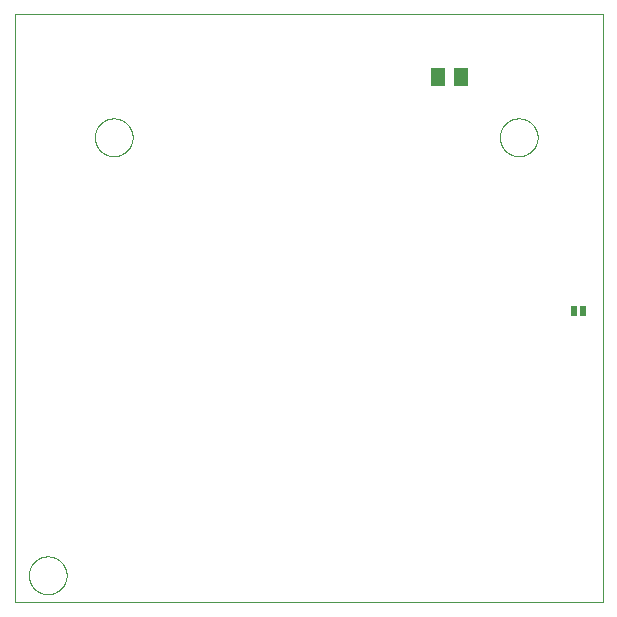
<source format=gbp>
G75*
%MOIN*%
%OFA0B0*%
%FSLAX25Y25*%
%IPPOS*%
%LPD*%
%AMOC8*
5,1,8,0,0,1.08239X$1,22.5*
%
%ADD10C,0.00000*%
%ADD11R,0.02400X0.03500*%
%ADD12R,0.05118X0.05906*%
D10*
X0001500Y0002000D02*
X0197500Y0002000D01*
X0197500Y0198000D01*
X0001500Y0198000D01*
X0001500Y0002000D01*
X0006201Y0011000D02*
X0006203Y0011158D01*
X0006209Y0011316D01*
X0006219Y0011474D01*
X0006233Y0011632D01*
X0006251Y0011789D01*
X0006272Y0011946D01*
X0006298Y0012102D01*
X0006328Y0012258D01*
X0006361Y0012413D01*
X0006399Y0012566D01*
X0006440Y0012719D01*
X0006485Y0012871D01*
X0006534Y0013022D01*
X0006587Y0013171D01*
X0006643Y0013319D01*
X0006703Y0013465D01*
X0006767Y0013610D01*
X0006835Y0013753D01*
X0006906Y0013895D01*
X0006980Y0014035D01*
X0007058Y0014172D01*
X0007140Y0014308D01*
X0007224Y0014442D01*
X0007313Y0014573D01*
X0007404Y0014702D01*
X0007499Y0014829D01*
X0007596Y0014954D01*
X0007697Y0015076D01*
X0007801Y0015195D01*
X0007908Y0015312D01*
X0008018Y0015426D01*
X0008131Y0015537D01*
X0008246Y0015646D01*
X0008364Y0015751D01*
X0008485Y0015853D01*
X0008608Y0015953D01*
X0008734Y0016049D01*
X0008862Y0016142D01*
X0008992Y0016232D01*
X0009125Y0016318D01*
X0009260Y0016402D01*
X0009396Y0016481D01*
X0009535Y0016558D01*
X0009676Y0016630D01*
X0009818Y0016700D01*
X0009962Y0016765D01*
X0010108Y0016827D01*
X0010255Y0016885D01*
X0010404Y0016940D01*
X0010554Y0016991D01*
X0010705Y0017038D01*
X0010857Y0017081D01*
X0011010Y0017120D01*
X0011165Y0017156D01*
X0011320Y0017187D01*
X0011476Y0017215D01*
X0011632Y0017239D01*
X0011789Y0017259D01*
X0011947Y0017275D01*
X0012104Y0017287D01*
X0012263Y0017295D01*
X0012421Y0017299D01*
X0012579Y0017299D01*
X0012737Y0017295D01*
X0012896Y0017287D01*
X0013053Y0017275D01*
X0013211Y0017259D01*
X0013368Y0017239D01*
X0013524Y0017215D01*
X0013680Y0017187D01*
X0013835Y0017156D01*
X0013990Y0017120D01*
X0014143Y0017081D01*
X0014295Y0017038D01*
X0014446Y0016991D01*
X0014596Y0016940D01*
X0014745Y0016885D01*
X0014892Y0016827D01*
X0015038Y0016765D01*
X0015182Y0016700D01*
X0015324Y0016630D01*
X0015465Y0016558D01*
X0015604Y0016481D01*
X0015740Y0016402D01*
X0015875Y0016318D01*
X0016008Y0016232D01*
X0016138Y0016142D01*
X0016266Y0016049D01*
X0016392Y0015953D01*
X0016515Y0015853D01*
X0016636Y0015751D01*
X0016754Y0015646D01*
X0016869Y0015537D01*
X0016982Y0015426D01*
X0017092Y0015312D01*
X0017199Y0015195D01*
X0017303Y0015076D01*
X0017404Y0014954D01*
X0017501Y0014829D01*
X0017596Y0014702D01*
X0017687Y0014573D01*
X0017776Y0014442D01*
X0017860Y0014308D01*
X0017942Y0014172D01*
X0018020Y0014035D01*
X0018094Y0013895D01*
X0018165Y0013753D01*
X0018233Y0013610D01*
X0018297Y0013465D01*
X0018357Y0013319D01*
X0018413Y0013171D01*
X0018466Y0013022D01*
X0018515Y0012871D01*
X0018560Y0012719D01*
X0018601Y0012566D01*
X0018639Y0012413D01*
X0018672Y0012258D01*
X0018702Y0012102D01*
X0018728Y0011946D01*
X0018749Y0011789D01*
X0018767Y0011632D01*
X0018781Y0011474D01*
X0018791Y0011316D01*
X0018797Y0011158D01*
X0018799Y0011000D01*
X0018797Y0010842D01*
X0018791Y0010684D01*
X0018781Y0010526D01*
X0018767Y0010368D01*
X0018749Y0010211D01*
X0018728Y0010054D01*
X0018702Y0009898D01*
X0018672Y0009742D01*
X0018639Y0009587D01*
X0018601Y0009434D01*
X0018560Y0009281D01*
X0018515Y0009129D01*
X0018466Y0008978D01*
X0018413Y0008829D01*
X0018357Y0008681D01*
X0018297Y0008535D01*
X0018233Y0008390D01*
X0018165Y0008247D01*
X0018094Y0008105D01*
X0018020Y0007965D01*
X0017942Y0007828D01*
X0017860Y0007692D01*
X0017776Y0007558D01*
X0017687Y0007427D01*
X0017596Y0007298D01*
X0017501Y0007171D01*
X0017404Y0007046D01*
X0017303Y0006924D01*
X0017199Y0006805D01*
X0017092Y0006688D01*
X0016982Y0006574D01*
X0016869Y0006463D01*
X0016754Y0006354D01*
X0016636Y0006249D01*
X0016515Y0006147D01*
X0016392Y0006047D01*
X0016266Y0005951D01*
X0016138Y0005858D01*
X0016008Y0005768D01*
X0015875Y0005682D01*
X0015740Y0005598D01*
X0015604Y0005519D01*
X0015465Y0005442D01*
X0015324Y0005370D01*
X0015182Y0005300D01*
X0015038Y0005235D01*
X0014892Y0005173D01*
X0014745Y0005115D01*
X0014596Y0005060D01*
X0014446Y0005009D01*
X0014295Y0004962D01*
X0014143Y0004919D01*
X0013990Y0004880D01*
X0013835Y0004844D01*
X0013680Y0004813D01*
X0013524Y0004785D01*
X0013368Y0004761D01*
X0013211Y0004741D01*
X0013053Y0004725D01*
X0012896Y0004713D01*
X0012737Y0004705D01*
X0012579Y0004701D01*
X0012421Y0004701D01*
X0012263Y0004705D01*
X0012104Y0004713D01*
X0011947Y0004725D01*
X0011789Y0004741D01*
X0011632Y0004761D01*
X0011476Y0004785D01*
X0011320Y0004813D01*
X0011165Y0004844D01*
X0011010Y0004880D01*
X0010857Y0004919D01*
X0010705Y0004962D01*
X0010554Y0005009D01*
X0010404Y0005060D01*
X0010255Y0005115D01*
X0010108Y0005173D01*
X0009962Y0005235D01*
X0009818Y0005300D01*
X0009676Y0005370D01*
X0009535Y0005442D01*
X0009396Y0005519D01*
X0009260Y0005598D01*
X0009125Y0005682D01*
X0008992Y0005768D01*
X0008862Y0005858D01*
X0008734Y0005951D01*
X0008608Y0006047D01*
X0008485Y0006147D01*
X0008364Y0006249D01*
X0008246Y0006354D01*
X0008131Y0006463D01*
X0008018Y0006574D01*
X0007908Y0006688D01*
X0007801Y0006805D01*
X0007697Y0006924D01*
X0007596Y0007046D01*
X0007499Y0007171D01*
X0007404Y0007298D01*
X0007313Y0007427D01*
X0007224Y0007558D01*
X0007140Y0007692D01*
X0007058Y0007828D01*
X0006980Y0007965D01*
X0006906Y0008105D01*
X0006835Y0008247D01*
X0006767Y0008390D01*
X0006703Y0008535D01*
X0006643Y0008681D01*
X0006587Y0008829D01*
X0006534Y0008978D01*
X0006485Y0009129D01*
X0006440Y0009281D01*
X0006399Y0009434D01*
X0006361Y0009587D01*
X0006328Y0009742D01*
X0006298Y0009898D01*
X0006272Y0010054D01*
X0006251Y0010211D01*
X0006233Y0010368D01*
X0006219Y0010526D01*
X0006209Y0010684D01*
X0006203Y0010842D01*
X0006201Y0011000D01*
X0028201Y0157000D02*
X0028203Y0157158D01*
X0028209Y0157316D01*
X0028219Y0157474D01*
X0028233Y0157632D01*
X0028251Y0157789D01*
X0028272Y0157946D01*
X0028298Y0158102D01*
X0028328Y0158258D01*
X0028361Y0158413D01*
X0028399Y0158566D01*
X0028440Y0158719D01*
X0028485Y0158871D01*
X0028534Y0159022D01*
X0028587Y0159171D01*
X0028643Y0159319D01*
X0028703Y0159465D01*
X0028767Y0159610D01*
X0028835Y0159753D01*
X0028906Y0159895D01*
X0028980Y0160035D01*
X0029058Y0160172D01*
X0029140Y0160308D01*
X0029224Y0160442D01*
X0029313Y0160573D01*
X0029404Y0160702D01*
X0029499Y0160829D01*
X0029596Y0160954D01*
X0029697Y0161076D01*
X0029801Y0161195D01*
X0029908Y0161312D01*
X0030018Y0161426D01*
X0030131Y0161537D01*
X0030246Y0161646D01*
X0030364Y0161751D01*
X0030485Y0161853D01*
X0030608Y0161953D01*
X0030734Y0162049D01*
X0030862Y0162142D01*
X0030992Y0162232D01*
X0031125Y0162318D01*
X0031260Y0162402D01*
X0031396Y0162481D01*
X0031535Y0162558D01*
X0031676Y0162630D01*
X0031818Y0162700D01*
X0031962Y0162765D01*
X0032108Y0162827D01*
X0032255Y0162885D01*
X0032404Y0162940D01*
X0032554Y0162991D01*
X0032705Y0163038D01*
X0032857Y0163081D01*
X0033010Y0163120D01*
X0033165Y0163156D01*
X0033320Y0163187D01*
X0033476Y0163215D01*
X0033632Y0163239D01*
X0033789Y0163259D01*
X0033947Y0163275D01*
X0034104Y0163287D01*
X0034263Y0163295D01*
X0034421Y0163299D01*
X0034579Y0163299D01*
X0034737Y0163295D01*
X0034896Y0163287D01*
X0035053Y0163275D01*
X0035211Y0163259D01*
X0035368Y0163239D01*
X0035524Y0163215D01*
X0035680Y0163187D01*
X0035835Y0163156D01*
X0035990Y0163120D01*
X0036143Y0163081D01*
X0036295Y0163038D01*
X0036446Y0162991D01*
X0036596Y0162940D01*
X0036745Y0162885D01*
X0036892Y0162827D01*
X0037038Y0162765D01*
X0037182Y0162700D01*
X0037324Y0162630D01*
X0037465Y0162558D01*
X0037604Y0162481D01*
X0037740Y0162402D01*
X0037875Y0162318D01*
X0038008Y0162232D01*
X0038138Y0162142D01*
X0038266Y0162049D01*
X0038392Y0161953D01*
X0038515Y0161853D01*
X0038636Y0161751D01*
X0038754Y0161646D01*
X0038869Y0161537D01*
X0038982Y0161426D01*
X0039092Y0161312D01*
X0039199Y0161195D01*
X0039303Y0161076D01*
X0039404Y0160954D01*
X0039501Y0160829D01*
X0039596Y0160702D01*
X0039687Y0160573D01*
X0039776Y0160442D01*
X0039860Y0160308D01*
X0039942Y0160172D01*
X0040020Y0160035D01*
X0040094Y0159895D01*
X0040165Y0159753D01*
X0040233Y0159610D01*
X0040297Y0159465D01*
X0040357Y0159319D01*
X0040413Y0159171D01*
X0040466Y0159022D01*
X0040515Y0158871D01*
X0040560Y0158719D01*
X0040601Y0158566D01*
X0040639Y0158413D01*
X0040672Y0158258D01*
X0040702Y0158102D01*
X0040728Y0157946D01*
X0040749Y0157789D01*
X0040767Y0157632D01*
X0040781Y0157474D01*
X0040791Y0157316D01*
X0040797Y0157158D01*
X0040799Y0157000D01*
X0040797Y0156842D01*
X0040791Y0156684D01*
X0040781Y0156526D01*
X0040767Y0156368D01*
X0040749Y0156211D01*
X0040728Y0156054D01*
X0040702Y0155898D01*
X0040672Y0155742D01*
X0040639Y0155587D01*
X0040601Y0155434D01*
X0040560Y0155281D01*
X0040515Y0155129D01*
X0040466Y0154978D01*
X0040413Y0154829D01*
X0040357Y0154681D01*
X0040297Y0154535D01*
X0040233Y0154390D01*
X0040165Y0154247D01*
X0040094Y0154105D01*
X0040020Y0153965D01*
X0039942Y0153828D01*
X0039860Y0153692D01*
X0039776Y0153558D01*
X0039687Y0153427D01*
X0039596Y0153298D01*
X0039501Y0153171D01*
X0039404Y0153046D01*
X0039303Y0152924D01*
X0039199Y0152805D01*
X0039092Y0152688D01*
X0038982Y0152574D01*
X0038869Y0152463D01*
X0038754Y0152354D01*
X0038636Y0152249D01*
X0038515Y0152147D01*
X0038392Y0152047D01*
X0038266Y0151951D01*
X0038138Y0151858D01*
X0038008Y0151768D01*
X0037875Y0151682D01*
X0037740Y0151598D01*
X0037604Y0151519D01*
X0037465Y0151442D01*
X0037324Y0151370D01*
X0037182Y0151300D01*
X0037038Y0151235D01*
X0036892Y0151173D01*
X0036745Y0151115D01*
X0036596Y0151060D01*
X0036446Y0151009D01*
X0036295Y0150962D01*
X0036143Y0150919D01*
X0035990Y0150880D01*
X0035835Y0150844D01*
X0035680Y0150813D01*
X0035524Y0150785D01*
X0035368Y0150761D01*
X0035211Y0150741D01*
X0035053Y0150725D01*
X0034896Y0150713D01*
X0034737Y0150705D01*
X0034579Y0150701D01*
X0034421Y0150701D01*
X0034263Y0150705D01*
X0034104Y0150713D01*
X0033947Y0150725D01*
X0033789Y0150741D01*
X0033632Y0150761D01*
X0033476Y0150785D01*
X0033320Y0150813D01*
X0033165Y0150844D01*
X0033010Y0150880D01*
X0032857Y0150919D01*
X0032705Y0150962D01*
X0032554Y0151009D01*
X0032404Y0151060D01*
X0032255Y0151115D01*
X0032108Y0151173D01*
X0031962Y0151235D01*
X0031818Y0151300D01*
X0031676Y0151370D01*
X0031535Y0151442D01*
X0031396Y0151519D01*
X0031260Y0151598D01*
X0031125Y0151682D01*
X0030992Y0151768D01*
X0030862Y0151858D01*
X0030734Y0151951D01*
X0030608Y0152047D01*
X0030485Y0152147D01*
X0030364Y0152249D01*
X0030246Y0152354D01*
X0030131Y0152463D01*
X0030018Y0152574D01*
X0029908Y0152688D01*
X0029801Y0152805D01*
X0029697Y0152924D01*
X0029596Y0153046D01*
X0029499Y0153171D01*
X0029404Y0153298D01*
X0029313Y0153427D01*
X0029224Y0153558D01*
X0029140Y0153692D01*
X0029058Y0153828D01*
X0028980Y0153965D01*
X0028906Y0154105D01*
X0028835Y0154247D01*
X0028767Y0154390D01*
X0028703Y0154535D01*
X0028643Y0154681D01*
X0028587Y0154829D01*
X0028534Y0154978D01*
X0028485Y0155129D01*
X0028440Y0155281D01*
X0028399Y0155434D01*
X0028361Y0155587D01*
X0028328Y0155742D01*
X0028298Y0155898D01*
X0028272Y0156054D01*
X0028251Y0156211D01*
X0028233Y0156368D01*
X0028219Y0156526D01*
X0028209Y0156684D01*
X0028203Y0156842D01*
X0028201Y0157000D01*
X0163201Y0157000D02*
X0163203Y0157158D01*
X0163209Y0157316D01*
X0163219Y0157474D01*
X0163233Y0157632D01*
X0163251Y0157789D01*
X0163272Y0157946D01*
X0163298Y0158102D01*
X0163328Y0158258D01*
X0163361Y0158413D01*
X0163399Y0158566D01*
X0163440Y0158719D01*
X0163485Y0158871D01*
X0163534Y0159022D01*
X0163587Y0159171D01*
X0163643Y0159319D01*
X0163703Y0159465D01*
X0163767Y0159610D01*
X0163835Y0159753D01*
X0163906Y0159895D01*
X0163980Y0160035D01*
X0164058Y0160172D01*
X0164140Y0160308D01*
X0164224Y0160442D01*
X0164313Y0160573D01*
X0164404Y0160702D01*
X0164499Y0160829D01*
X0164596Y0160954D01*
X0164697Y0161076D01*
X0164801Y0161195D01*
X0164908Y0161312D01*
X0165018Y0161426D01*
X0165131Y0161537D01*
X0165246Y0161646D01*
X0165364Y0161751D01*
X0165485Y0161853D01*
X0165608Y0161953D01*
X0165734Y0162049D01*
X0165862Y0162142D01*
X0165992Y0162232D01*
X0166125Y0162318D01*
X0166260Y0162402D01*
X0166396Y0162481D01*
X0166535Y0162558D01*
X0166676Y0162630D01*
X0166818Y0162700D01*
X0166962Y0162765D01*
X0167108Y0162827D01*
X0167255Y0162885D01*
X0167404Y0162940D01*
X0167554Y0162991D01*
X0167705Y0163038D01*
X0167857Y0163081D01*
X0168010Y0163120D01*
X0168165Y0163156D01*
X0168320Y0163187D01*
X0168476Y0163215D01*
X0168632Y0163239D01*
X0168789Y0163259D01*
X0168947Y0163275D01*
X0169104Y0163287D01*
X0169263Y0163295D01*
X0169421Y0163299D01*
X0169579Y0163299D01*
X0169737Y0163295D01*
X0169896Y0163287D01*
X0170053Y0163275D01*
X0170211Y0163259D01*
X0170368Y0163239D01*
X0170524Y0163215D01*
X0170680Y0163187D01*
X0170835Y0163156D01*
X0170990Y0163120D01*
X0171143Y0163081D01*
X0171295Y0163038D01*
X0171446Y0162991D01*
X0171596Y0162940D01*
X0171745Y0162885D01*
X0171892Y0162827D01*
X0172038Y0162765D01*
X0172182Y0162700D01*
X0172324Y0162630D01*
X0172465Y0162558D01*
X0172604Y0162481D01*
X0172740Y0162402D01*
X0172875Y0162318D01*
X0173008Y0162232D01*
X0173138Y0162142D01*
X0173266Y0162049D01*
X0173392Y0161953D01*
X0173515Y0161853D01*
X0173636Y0161751D01*
X0173754Y0161646D01*
X0173869Y0161537D01*
X0173982Y0161426D01*
X0174092Y0161312D01*
X0174199Y0161195D01*
X0174303Y0161076D01*
X0174404Y0160954D01*
X0174501Y0160829D01*
X0174596Y0160702D01*
X0174687Y0160573D01*
X0174776Y0160442D01*
X0174860Y0160308D01*
X0174942Y0160172D01*
X0175020Y0160035D01*
X0175094Y0159895D01*
X0175165Y0159753D01*
X0175233Y0159610D01*
X0175297Y0159465D01*
X0175357Y0159319D01*
X0175413Y0159171D01*
X0175466Y0159022D01*
X0175515Y0158871D01*
X0175560Y0158719D01*
X0175601Y0158566D01*
X0175639Y0158413D01*
X0175672Y0158258D01*
X0175702Y0158102D01*
X0175728Y0157946D01*
X0175749Y0157789D01*
X0175767Y0157632D01*
X0175781Y0157474D01*
X0175791Y0157316D01*
X0175797Y0157158D01*
X0175799Y0157000D01*
X0175797Y0156842D01*
X0175791Y0156684D01*
X0175781Y0156526D01*
X0175767Y0156368D01*
X0175749Y0156211D01*
X0175728Y0156054D01*
X0175702Y0155898D01*
X0175672Y0155742D01*
X0175639Y0155587D01*
X0175601Y0155434D01*
X0175560Y0155281D01*
X0175515Y0155129D01*
X0175466Y0154978D01*
X0175413Y0154829D01*
X0175357Y0154681D01*
X0175297Y0154535D01*
X0175233Y0154390D01*
X0175165Y0154247D01*
X0175094Y0154105D01*
X0175020Y0153965D01*
X0174942Y0153828D01*
X0174860Y0153692D01*
X0174776Y0153558D01*
X0174687Y0153427D01*
X0174596Y0153298D01*
X0174501Y0153171D01*
X0174404Y0153046D01*
X0174303Y0152924D01*
X0174199Y0152805D01*
X0174092Y0152688D01*
X0173982Y0152574D01*
X0173869Y0152463D01*
X0173754Y0152354D01*
X0173636Y0152249D01*
X0173515Y0152147D01*
X0173392Y0152047D01*
X0173266Y0151951D01*
X0173138Y0151858D01*
X0173008Y0151768D01*
X0172875Y0151682D01*
X0172740Y0151598D01*
X0172604Y0151519D01*
X0172465Y0151442D01*
X0172324Y0151370D01*
X0172182Y0151300D01*
X0172038Y0151235D01*
X0171892Y0151173D01*
X0171745Y0151115D01*
X0171596Y0151060D01*
X0171446Y0151009D01*
X0171295Y0150962D01*
X0171143Y0150919D01*
X0170990Y0150880D01*
X0170835Y0150844D01*
X0170680Y0150813D01*
X0170524Y0150785D01*
X0170368Y0150761D01*
X0170211Y0150741D01*
X0170053Y0150725D01*
X0169896Y0150713D01*
X0169737Y0150705D01*
X0169579Y0150701D01*
X0169421Y0150701D01*
X0169263Y0150705D01*
X0169104Y0150713D01*
X0168947Y0150725D01*
X0168789Y0150741D01*
X0168632Y0150761D01*
X0168476Y0150785D01*
X0168320Y0150813D01*
X0168165Y0150844D01*
X0168010Y0150880D01*
X0167857Y0150919D01*
X0167705Y0150962D01*
X0167554Y0151009D01*
X0167404Y0151060D01*
X0167255Y0151115D01*
X0167108Y0151173D01*
X0166962Y0151235D01*
X0166818Y0151300D01*
X0166676Y0151370D01*
X0166535Y0151442D01*
X0166396Y0151519D01*
X0166260Y0151598D01*
X0166125Y0151682D01*
X0165992Y0151768D01*
X0165862Y0151858D01*
X0165734Y0151951D01*
X0165608Y0152047D01*
X0165485Y0152147D01*
X0165364Y0152249D01*
X0165246Y0152354D01*
X0165131Y0152463D01*
X0165018Y0152574D01*
X0164908Y0152688D01*
X0164801Y0152805D01*
X0164697Y0152924D01*
X0164596Y0153046D01*
X0164499Y0153171D01*
X0164404Y0153298D01*
X0164313Y0153427D01*
X0164224Y0153558D01*
X0164140Y0153692D01*
X0164058Y0153828D01*
X0163980Y0153965D01*
X0163906Y0154105D01*
X0163835Y0154247D01*
X0163767Y0154390D01*
X0163703Y0154535D01*
X0163643Y0154681D01*
X0163587Y0154829D01*
X0163534Y0154978D01*
X0163485Y0155129D01*
X0163440Y0155281D01*
X0163399Y0155434D01*
X0163361Y0155587D01*
X0163328Y0155742D01*
X0163298Y0155898D01*
X0163272Y0156054D01*
X0163251Y0156211D01*
X0163233Y0156368D01*
X0163219Y0156526D01*
X0163209Y0156684D01*
X0163203Y0156842D01*
X0163201Y0157000D01*
D11*
X0188000Y0099000D03*
X0191000Y0099000D03*
D12*
X0150240Y0177000D03*
X0142760Y0177000D03*
M02*

</source>
